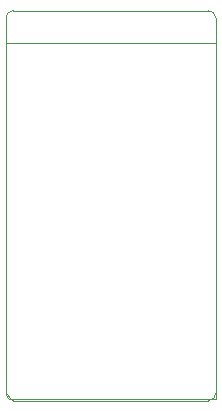
<source format=gbr>
%TF.GenerationSoftware,KiCad,Pcbnew,5.1.5+dfsg1-2~bpo10+1*%
%TF.CreationDate,Date%
%TF.ProjectId,ProMicro_ESP12E,50726f4d-6963-4726-9f5f-455350313245,v1.0*%
%TF.SameCoordinates,Original*%
%TF.FileFunction,Other,Fab,Bot*%
%FSLAX45Y45*%
G04 Gerber Fmt 4.5, Leading zero omitted, Abs format (unit mm)*
G04 Created by KiCad*
%MOMM*%
%LPD*%
G04 APERTURE LIST*
%ADD10C,0.100000*%
G04 APERTURE END LIST*
D10*
X-63500Y3175000D02*
G75*
G03X-127000Y3111500I0J-63500D01*
G01*
X1651000Y3111500D02*
G75*
G03X1587500Y3175000I-63500J0D01*
G01*
X1587500Y-127000D02*
G75*
G03X1651000Y-63500I0J63500D01*
G01*
X-127000Y-63500D02*
G75*
G03X-63500Y-127000I63500J0D01*
G01*
X-127000Y3111500D02*
X-127000Y-63500D01*
X1587500Y3175000D02*
X-63500Y3175000D01*
X1651000Y-63500D02*
X1651000Y3111500D01*
X-63500Y-127000D02*
X1587500Y-127000D01*
X1650000Y-110000D02*
X1650000Y2905000D01*
X-80000Y-110000D02*
X1650000Y-110000D01*
X-80000Y-110000D02*
X-127000Y-60000D01*
X-127000Y2905000D02*
X-127000Y-60000D01*
X1650000Y2905000D02*
X-127000Y2905000D01*
M02*

</source>
